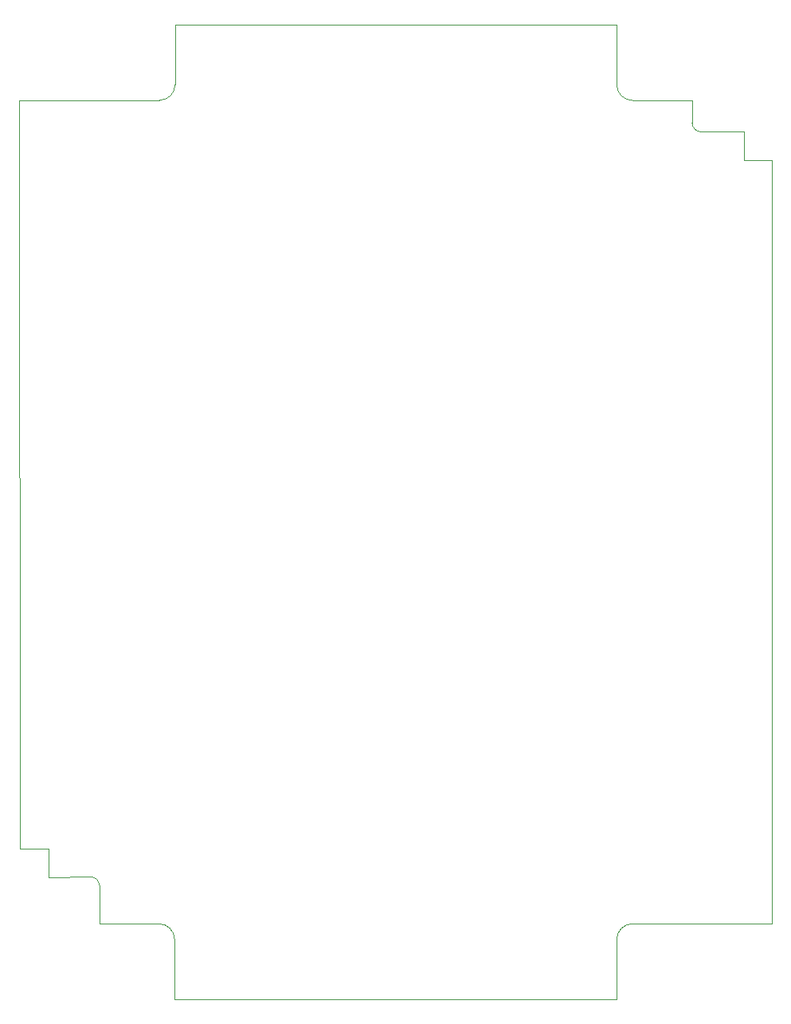
<source format=gm1>
G04 #@! TF.GenerationSoftware,KiCad,Pcbnew,(6.0.5-0)*
G04 #@! TF.CreationDate,2023-01-03T07:13:37-05:00*
G04 #@! TF.ProjectId,new-solar-cell-burn-wire,6e65772d-736f-46c6-9172-2d63656c6c2d,2*
G04 #@! TF.SameCoordinates,Original*
G04 #@! TF.FileFunction,Profile,NP*
%FSLAX46Y46*%
G04 Gerber Fmt 4.6, Leading zero omitted, Abs format (unit mm)*
G04 Created by KiCad (PCBNEW (6.0.5-0)) date 2023-01-03 07:13:37*
%MOMM*%
%LPD*%
G01*
G04 APERTURE LIST*
G04 #@! TA.AperFunction,Profile*
%ADD10C,0.100000*%
G04 #@! TD*
G04 APERTURE END LIST*
D10*
X135600000Y-142250000D02*
X88600000Y-142250000D01*
X143600000Y-46750000D02*
X143600000Y-49161299D01*
X152100000Y-53100000D02*
X152100000Y-134250000D01*
X72200000Y-126300000D02*
X75200000Y-126300000D01*
X80605672Y-130150362D02*
G75*
G03*
X79669331Y-129250000I-936572J-36938D01*
G01*
X149100000Y-50100000D02*
X149100000Y-53100000D01*
X135600000Y-142250000D02*
X135600000Y-135900000D01*
X87000000Y-46750000D02*
G75*
G03*
X88650000Y-45100000I0J1650000D01*
G01*
X143600035Y-49161297D02*
G75*
G03*
X144549464Y-50100000I990965J52797D01*
G01*
X137250000Y-134250000D02*
G75*
G03*
X135600000Y-135900000I0J-1650000D01*
G01*
X152100000Y-134250000D02*
X137250000Y-134250000D01*
X88600000Y-135900000D02*
X88600000Y-142250000D01*
X135600000Y-45100000D02*
X135600000Y-38750000D01*
X72100000Y-46750000D02*
X87000000Y-46750000D01*
X88600000Y-135900000D02*
G75*
G03*
X86950000Y-134250000I-1650000J0D01*
G01*
X79669331Y-129250000D02*
X75200000Y-129300000D01*
X86950000Y-134250000D02*
X80600000Y-134250000D01*
X80600000Y-134250000D02*
X80605727Y-130150360D01*
X135600000Y-45100000D02*
G75*
G03*
X137250000Y-46750000I1650000J0D01*
G01*
X75200000Y-126300000D02*
X75200000Y-129300000D01*
X88650000Y-38750000D02*
X135600000Y-38750000D01*
X72200000Y-126300000D02*
X72100000Y-46750000D01*
X144549464Y-50100000D02*
X149100000Y-50100000D01*
X149100000Y-53100000D02*
X152100000Y-53100000D01*
X88650000Y-38750000D02*
X88650000Y-45100000D01*
X137250000Y-46750000D02*
X143600000Y-46750000D01*
M02*

</source>
